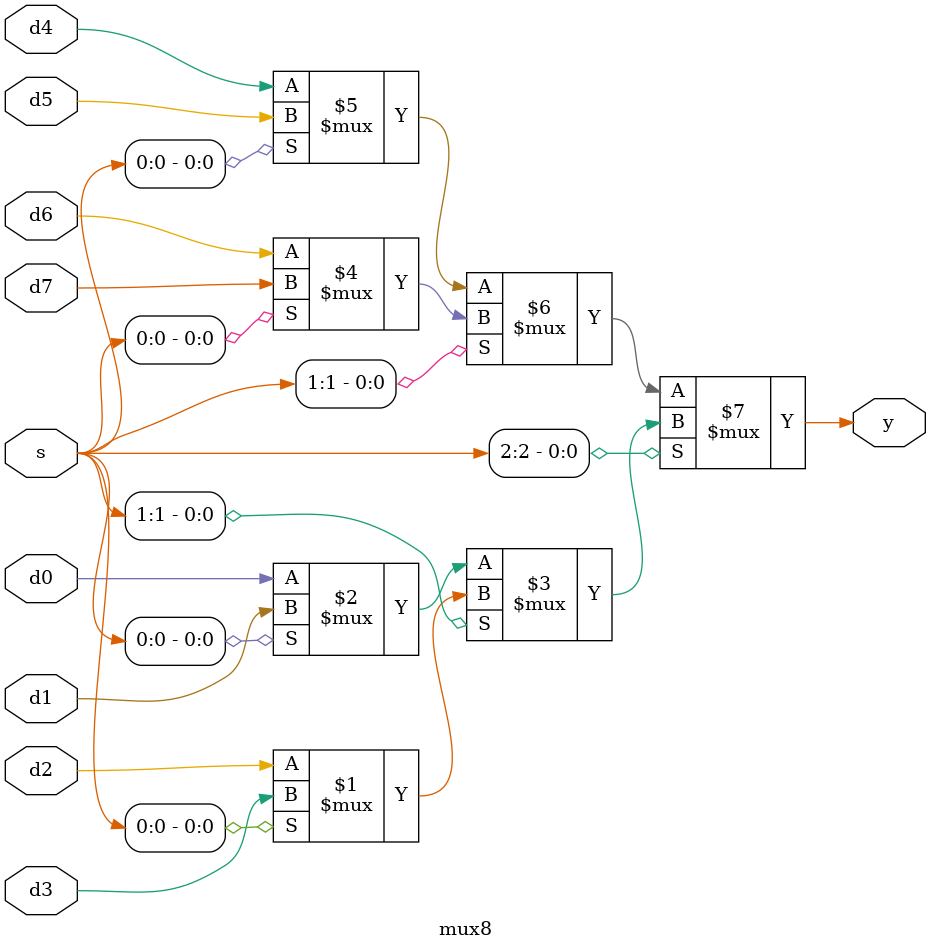
<source format=sv>
`timescale 1ns / 1ps


module mux8(
    input logic [2:0] s,
    input logic d0, d1, d2, d3, d4, d5, d6, d7,
    output logic y
    );

    assign y = s[2] ? (s[1] ? (s[0] ? d3 : d2)
                            : (s[0] ? d1 : d0))
                    : (s[1] ? (s[0] ? d7 : d6)
                            : (s[0] ? d5 : d4));

endmodule

</source>
